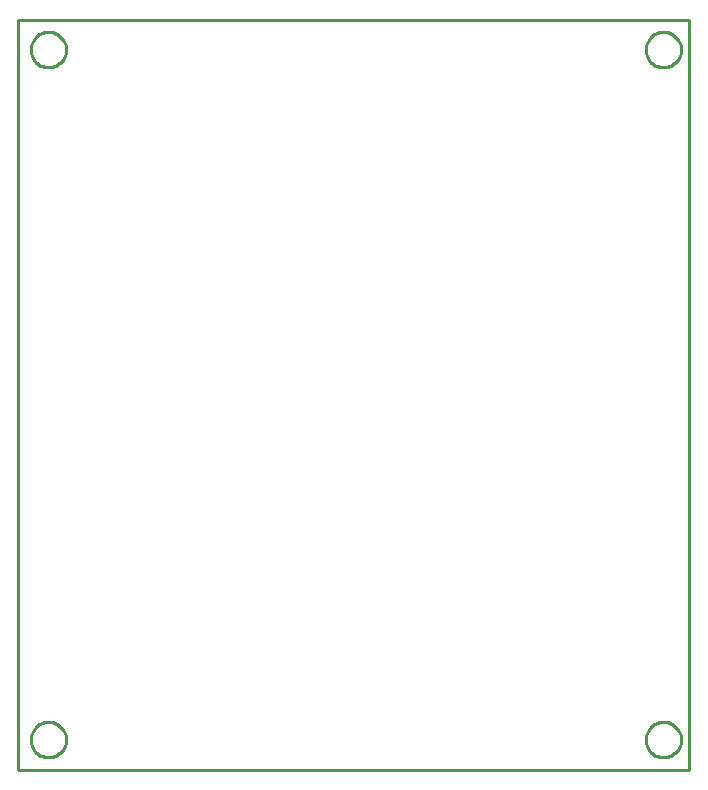
<source format=gbr>
G04 EAGLE Gerber RS-274X export*
G75*
%MOMM*%
%FSLAX34Y34*%
%LPD*%
%IN*%
%IPPOS*%
%AMOC8*
5,1,8,0,0,1.08239X$1,22.5*%
G01*
%ADD10C,0.254000*%


D10*
X0Y0D02*
X568200Y0D01*
X568200Y634900D01*
X0Y634900D01*
X0Y0D01*
X561100Y24864D02*
X561024Y23796D01*
X560871Y22735D01*
X560643Y21688D01*
X560341Y20660D01*
X559967Y19656D01*
X559522Y18681D01*
X559008Y17741D01*
X558429Y16840D01*
X557787Y15982D01*
X557085Y15172D01*
X556328Y14415D01*
X555518Y13713D01*
X554660Y13071D01*
X553759Y12492D01*
X552819Y11978D01*
X551844Y11533D01*
X550840Y11159D01*
X549812Y10857D01*
X548765Y10629D01*
X547704Y10476D01*
X546636Y10400D01*
X545564Y10400D01*
X544496Y10476D01*
X543435Y10629D01*
X542388Y10857D01*
X541360Y11159D01*
X540356Y11533D01*
X539381Y11978D01*
X538441Y12492D01*
X537540Y13071D01*
X536682Y13713D01*
X535872Y14415D01*
X535115Y15172D01*
X534413Y15982D01*
X533771Y16840D01*
X533192Y17741D01*
X532678Y18681D01*
X532233Y19656D01*
X531859Y20660D01*
X531557Y21688D01*
X531329Y22735D01*
X531176Y23796D01*
X531100Y24864D01*
X531100Y25936D01*
X531176Y27004D01*
X531329Y28065D01*
X531557Y29112D01*
X531859Y30140D01*
X532233Y31144D01*
X532678Y32119D01*
X533192Y33059D01*
X533771Y33960D01*
X534413Y34818D01*
X535115Y35628D01*
X535872Y36385D01*
X536682Y37087D01*
X537540Y37729D01*
X538441Y38308D01*
X539381Y38822D01*
X540356Y39267D01*
X541360Y39641D01*
X542388Y39943D01*
X543435Y40171D01*
X544496Y40324D01*
X545564Y40400D01*
X546636Y40400D01*
X547704Y40324D01*
X548765Y40171D01*
X549812Y39943D01*
X550840Y39641D01*
X551844Y39267D01*
X552819Y38822D01*
X553759Y38308D01*
X554660Y37729D01*
X555518Y37087D01*
X556328Y36385D01*
X557085Y35628D01*
X557787Y34818D01*
X558429Y33960D01*
X559008Y33059D01*
X559522Y32119D01*
X559967Y31144D01*
X560341Y30140D01*
X560643Y29112D01*
X560871Y28065D01*
X561024Y27004D01*
X561100Y25936D01*
X561100Y24864D01*
X561100Y609064D02*
X561024Y607996D01*
X560871Y606935D01*
X560643Y605888D01*
X560341Y604860D01*
X559967Y603856D01*
X559522Y602881D01*
X559008Y601941D01*
X558429Y601040D01*
X557787Y600182D01*
X557085Y599372D01*
X556328Y598615D01*
X555518Y597913D01*
X554660Y597271D01*
X553759Y596692D01*
X552819Y596178D01*
X551844Y595733D01*
X550840Y595359D01*
X549812Y595057D01*
X548765Y594829D01*
X547704Y594676D01*
X546636Y594600D01*
X545564Y594600D01*
X544496Y594676D01*
X543435Y594829D01*
X542388Y595057D01*
X541360Y595359D01*
X540356Y595733D01*
X539381Y596178D01*
X538441Y596692D01*
X537540Y597271D01*
X536682Y597913D01*
X535872Y598615D01*
X535115Y599372D01*
X534413Y600182D01*
X533771Y601040D01*
X533192Y601941D01*
X532678Y602881D01*
X532233Y603856D01*
X531859Y604860D01*
X531557Y605888D01*
X531329Y606935D01*
X531176Y607996D01*
X531100Y609064D01*
X531100Y610136D01*
X531176Y611204D01*
X531329Y612265D01*
X531557Y613312D01*
X531859Y614340D01*
X532233Y615344D01*
X532678Y616319D01*
X533192Y617259D01*
X533771Y618160D01*
X534413Y619018D01*
X535115Y619828D01*
X535872Y620585D01*
X536682Y621287D01*
X537540Y621929D01*
X538441Y622508D01*
X539381Y623022D01*
X540356Y623467D01*
X541360Y623841D01*
X542388Y624143D01*
X543435Y624371D01*
X544496Y624524D01*
X545564Y624600D01*
X546636Y624600D01*
X547704Y624524D01*
X548765Y624371D01*
X549812Y624143D01*
X550840Y623841D01*
X551844Y623467D01*
X552819Y623022D01*
X553759Y622508D01*
X554660Y621929D01*
X555518Y621287D01*
X556328Y620585D01*
X557085Y619828D01*
X557787Y619018D01*
X558429Y618160D01*
X559008Y617259D01*
X559522Y616319D01*
X559967Y615344D01*
X560341Y614340D01*
X560643Y613312D01*
X560871Y612265D01*
X561024Y611204D01*
X561100Y610136D01*
X561100Y609064D01*
X40400Y609064D02*
X40324Y607996D01*
X40171Y606935D01*
X39943Y605888D01*
X39641Y604860D01*
X39267Y603856D01*
X38822Y602881D01*
X38308Y601941D01*
X37729Y601040D01*
X37087Y600182D01*
X36385Y599372D01*
X35628Y598615D01*
X34818Y597913D01*
X33960Y597271D01*
X33059Y596692D01*
X32119Y596178D01*
X31144Y595733D01*
X30140Y595359D01*
X29112Y595057D01*
X28065Y594829D01*
X27004Y594676D01*
X25936Y594600D01*
X24864Y594600D01*
X23796Y594676D01*
X22735Y594829D01*
X21688Y595057D01*
X20660Y595359D01*
X19656Y595733D01*
X18681Y596178D01*
X17741Y596692D01*
X16840Y597271D01*
X15982Y597913D01*
X15172Y598615D01*
X14415Y599372D01*
X13713Y600182D01*
X13071Y601040D01*
X12492Y601941D01*
X11978Y602881D01*
X11533Y603856D01*
X11159Y604860D01*
X10857Y605888D01*
X10629Y606935D01*
X10476Y607996D01*
X10400Y609064D01*
X10400Y610136D01*
X10476Y611204D01*
X10629Y612265D01*
X10857Y613312D01*
X11159Y614340D01*
X11533Y615344D01*
X11978Y616319D01*
X12492Y617259D01*
X13071Y618160D01*
X13713Y619018D01*
X14415Y619828D01*
X15172Y620585D01*
X15982Y621287D01*
X16840Y621929D01*
X17741Y622508D01*
X18681Y623022D01*
X19656Y623467D01*
X20660Y623841D01*
X21688Y624143D01*
X22735Y624371D01*
X23796Y624524D01*
X24864Y624600D01*
X25936Y624600D01*
X27004Y624524D01*
X28065Y624371D01*
X29112Y624143D01*
X30140Y623841D01*
X31144Y623467D01*
X32119Y623022D01*
X33059Y622508D01*
X33960Y621929D01*
X34818Y621287D01*
X35628Y620585D01*
X36385Y619828D01*
X37087Y619018D01*
X37729Y618160D01*
X38308Y617259D01*
X38822Y616319D01*
X39267Y615344D01*
X39641Y614340D01*
X39943Y613312D01*
X40171Y612265D01*
X40324Y611204D01*
X40400Y610136D01*
X40400Y609064D01*
X40400Y24864D02*
X40324Y23796D01*
X40171Y22735D01*
X39943Y21688D01*
X39641Y20660D01*
X39267Y19656D01*
X38822Y18681D01*
X38308Y17741D01*
X37729Y16840D01*
X37087Y15982D01*
X36385Y15172D01*
X35628Y14415D01*
X34818Y13713D01*
X33960Y13071D01*
X33059Y12492D01*
X32119Y11978D01*
X31144Y11533D01*
X30140Y11159D01*
X29112Y10857D01*
X28065Y10629D01*
X27004Y10476D01*
X25936Y10400D01*
X24864Y10400D01*
X23796Y10476D01*
X22735Y10629D01*
X21688Y10857D01*
X20660Y11159D01*
X19656Y11533D01*
X18681Y11978D01*
X17741Y12492D01*
X16840Y13071D01*
X15982Y13713D01*
X15172Y14415D01*
X14415Y15172D01*
X13713Y15982D01*
X13071Y16840D01*
X12492Y17741D01*
X11978Y18681D01*
X11533Y19656D01*
X11159Y20660D01*
X10857Y21688D01*
X10629Y22735D01*
X10476Y23796D01*
X10400Y24864D01*
X10400Y25936D01*
X10476Y27004D01*
X10629Y28065D01*
X10857Y29112D01*
X11159Y30140D01*
X11533Y31144D01*
X11978Y32119D01*
X12492Y33059D01*
X13071Y33960D01*
X13713Y34818D01*
X14415Y35628D01*
X15172Y36385D01*
X15982Y37087D01*
X16840Y37729D01*
X17741Y38308D01*
X18681Y38822D01*
X19656Y39267D01*
X20660Y39641D01*
X21688Y39943D01*
X22735Y40171D01*
X23796Y40324D01*
X24864Y40400D01*
X25936Y40400D01*
X27004Y40324D01*
X28065Y40171D01*
X29112Y39943D01*
X30140Y39641D01*
X31144Y39267D01*
X32119Y38822D01*
X33059Y38308D01*
X33960Y37729D01*
X34818Y37087D01*
X35628Y36385D01*
X36385Y35628D01*
X37087Y34818D01*
X37729Y33960D01*
X38308Y33059D01*
X38822Y32119D01*
X39267Y31144D01*
X39641Y30140D01*
X39943Y29112D01*
X40171Y28065D01*
X40324Y27004D01*
X40400Y25936D01*
X40400Y24864D01*
M02*

</source>
